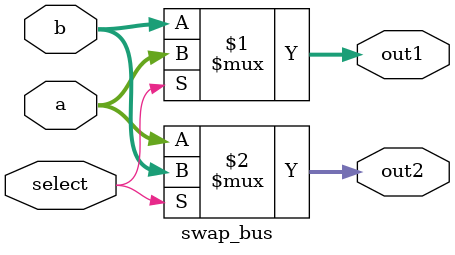
<source format=sv>
module swap_bus #(bus = 8)
	(input logic[bus-1:0] a,b, input logic select, output logic[bus-1:0] out1,out2);
	
	assign out1 = select? a:b;
	assign out2 = select? b:a;
	
	
endmodule


</source>
